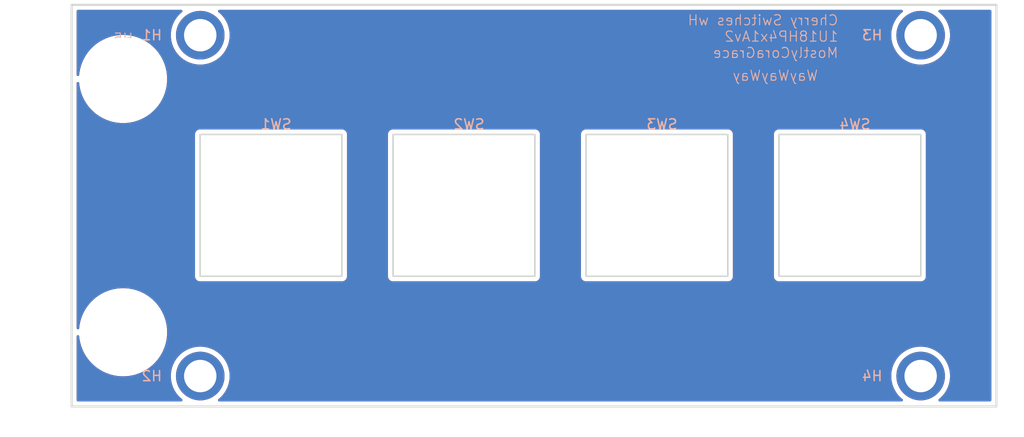
<source format=kicad_pcb>
(kicad_pcb (version 20241229) (generator "pcbnew") (generator_version "9.0")
  (layers (0 "F.Cu" signal) (2 "B.Cu" signal) (13 "F.Paste" user) (15 "B.Paste" user) (5 "F.SilkS" user "F.Silkscreen") (7 "B.SilkS" user "B.Silkscreen") (1 "F.Mask" user) (3 "B.Mask" user) (25 "Edge.Cuts" user))
  (net 0 "")
  (footprint "EXC:SW_Cherry_MX_1.00u_Mount" (layer "F.Cu") (at 76.835 22.225)
    (property "Reference" "SW4" (at 0.5 -8 0) (layer "B.SilkS") (effects (justify mirror)))
    (property "Value" "SW_SPST_MOUNT")
    (fp_rect (start -7 -7) (end 7 7) (stroke (width 0.15)) (fill no) (layer "Edge.Cuts"))
  )
  (footprint "EXC:Handle_1UM3P25_B" (layer "F.Cu") (at 5.08 9.75)
    (property "Reference" "H5" (at 0 -4 0) (layer "B.SilkS") (effects (font (thickness 0.1)) (justify mirror)))
    (property "Value" "Handle_1UM3P25_PanelMount_B")
    (pad "" np_thru_hole circle (at 0 0) (size 8.2 8.2) (drill 8.2) (layers "*.Cu" "*.Mask"))
    (pad "" np_thru_hole circle (at 0 25) (size 8.2 8.2) (drill 8.2) (layers "*.Cu" "*.Mask"))
  )
  (footprint "EXC:SW_Cherry_MX_1.00u_Mount" (layer "F.Cu") (at 38.735 22.225)
    (property "Reference" "SW2" (at 0.5 -8 0) (layer "B.SilkS") (effects (justify mirror)))
    (property "Value" "SW_SPST_MOUNT")
    (fp_rect (start -7 -7) (end 7 7) (stroke (width 0.15)) (fill no) (layer "Edge.Cuts"))
  )
  (footprint "EXC:MountingHole_3.2mm_M3" (layer "F.Cu") (at 12.7 39.075)
    (property "Reference" "H2" (at -3.683 0 0) (layer "B.SilkS") (effects (justify left mirror)))
    (property "Value" "Eurorack_M3_MountingHole")
    (pad "" thru_hole circle (at 0 0) (size 4.8 4.8) (drill 3.2) (layers "*.Cu" "*.Mask"))
  )
  (footprint "EXC:SW_Cherry_MX_1.00u_Mount" (layer "F.Cu") (at 19.685 22.225)
    (property "Reference" "SW1" (at 0.5 -8 0) (layer "B.SilkS") (effects (justify mirror)))
    (property "Value" "SW_SPST_MOUNT")
    (fp_rect (start -7 -7) (end 7 7) (stroke (width 0.15)) (fill no) (layer "Edge.Cuts"))
  )
  (footprint "EXC:MountingHole_3.2mm_M3" (layer "F.Cu") (at 83.82 5.425)
    (property "Reference" "H3" (at -3.683 0 0) (layer "B.SilkS") (effects (justify left mirror)))
    (property "Value" "Eurorack_M3_MountingHole")
    (pad "" thru_hole circle (at 0 0) (size 4.8 4.8) (drill 3.2) (layers "*.Cu" "*.Mask"))
  )
  (footprint "EXC:SW_Cherry_MX_1.00u_Mount" (layer "F.Cu") (at 57.785 22.225)
    (property "Reference" "SW3" (at 0.5 -8 0) (layer "B.SilkS") (effects (justify mirror)))
    (property "Value" "SW_SPST_MOUNT")
    (fp_rect (start -7 -7) (end 7 7) (stroke (width 0.15)) (fill no) (layer "Edge.Cuts"))
  )
  (footprint "EXC:MountingHole_3.2mm_M3" (layer "F.Cu") (at 12.7 5.425)
    (property "Reference" "H1" (at -3.683 0 0) (layer "B.SilkS") (effects (justify left mirror)))
    (property "Value" "Eurorack_M3_MountingHole")
    (pad "" thru_hole circle (at 0 0) (size 4.8 4.8) (drill 3.2) (layers "*.Cu" "*.Mask"))
  )
  (footprint "EXC:MountingHole_3.2mm_M3" (layer "F.Cu") (at 83.82 39.075)
    (property "Reference" "H4" (at -3.683 0 0) (layer "B.SilkS") (effects (justify left mirror)))
    (property "Value" "Eurorack_M3_MountingHole")
    (pad "" thru_hole circle (at 0 0) (size 4.8 4.8) (drill 3.2) (layers "*.Cu" "*.Mask"))
  )
  (gr_rect (start 0 2.425) (end 91.3 42.075) (stroke (width 0.2)) (fill no) (layer "Edge.Cuts"))
  (gr_text "WayWayWay" (at 73.75 10 0) (layer "B.SilkS") (effects (font (size 1 1) (thickness 0.1)) (justify left bottom mirror)))
  (gr_text "Cherry Switches wH\n1U18HP4x1Av2\nMostlyCoraGrace" (at 75.75 7.75 0) (layer "B.SilkS") (effects (font (size 1 1) (thickness 0.1)) (justify left bottom mirror)))
  (zone (net 0) (net_name "") (layers "F.Cu" "B.Cu") (connect_pads (clearance 0.5)) (min_thickness 0.25) (fill yes (thermal_gap 0.5) (thermal_bridge_width 0.5) (island_removal_mode 1) (island_area_min 10))
    (polygon (pts (xy 0 2.5) (xy 91.25 2.5) (xy 91.25 42) (xy 0 42)))
  )
)
</source>
